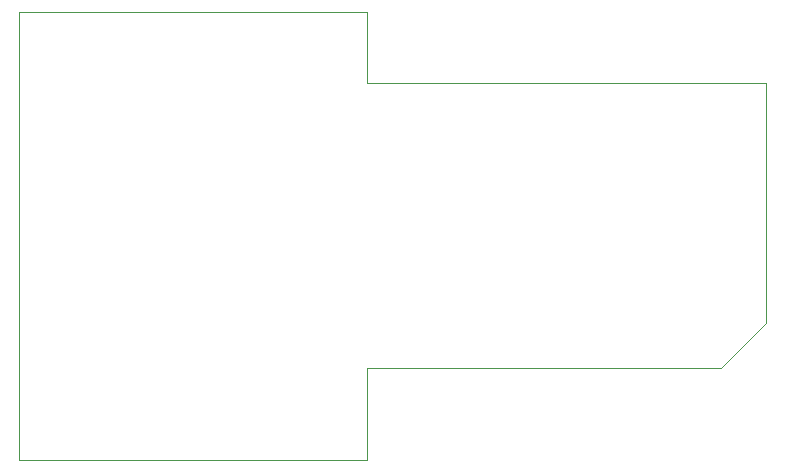
<source format=gbr>
%TF.GenerationSoftware,KiCad,Pcbnew,(6.0.7-1)-1*%
%TF.CreationDate,2022-09-20T15:59:29-07:00*%
%TF.ProjectId,sd_bt_qtpy,73645f62-745f-4717-9470-792e6b696361,rev?*%
%TF.SameCoordinates,Original*%
%TF.FileFunction,Profile,NP*%
%FSLAX46Y46*%
G04 Gerber Fmt 4.6, Leading zero omitted, Abs format (unit mm)*
G04 Created by KiCad (PCBNEW (6.0.7-1)-1) date 2022-09-20 15:59:29*
%MOMM*%
%LPD*%
G01*
G04 APERTURE LIST*
%TA.AperFunction,Profile*%
%ADD10C,0.050000*%
%TD*%
G04 APERTURE END LIST*
D10*
X147500000Y-102000000D02*
X177000000Y-102000000D01*
X185540000Y-70070000D02*
X179260000Y-70070000D01*
X177000000Y-94200000D02*
X177000000Y-102000000D01*
X206970000Y-94200000D02*
X178600000Y-94200000D01*
X210770000Y-70070000D02*
X210000000Y-70070000D01*
X205830000Y-70070000D02*
X202000000Y-70070000D01*
X192420000Y-70070000D02*
X185540000Y-70070000D01*
X210000000Y-70070000D02*
X205830000Y-70070000D01*
X147500000Y-64000000D02*
X147500000Y-102000000D01*
X210770000Y-70080000D02*
X210770000Y-70070000D01*
X197530000Y-70070000D02*
X192420000Y-70070000D01*
X202000000Y-70070000D02*
X197530000Y-70070000D01*
X210780000Y-90390000D02*
X206970000Y-94200000D01*
X177000000Y-70070000D02*
X177000000Y-64000000D01*
X179260000Y-70070000D02*
X177000000Y-70070000D01*
X210770000Y-70080000D02*
X210780000Y-90390000D01*
X177000000Y-64000000D02*
X147500000Y-64000000D01*
X178600000Y-94200000D02*
X177000000Y-94200000D01*
M02*

</source>
